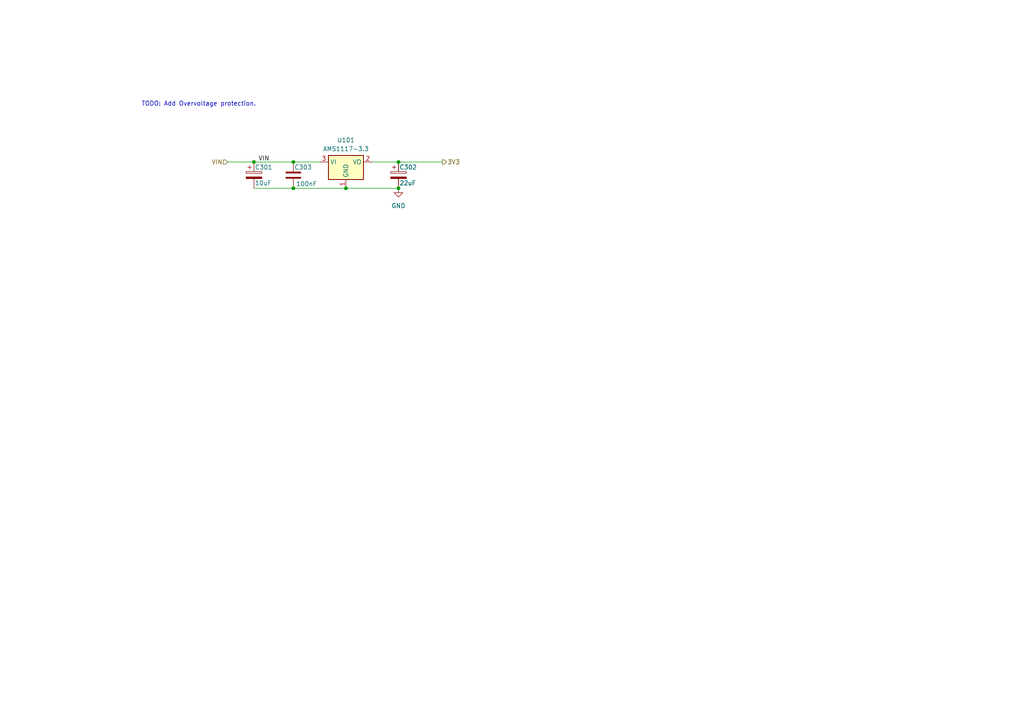
<source format=kicad_sch>
(kicad_sch (version 20250114) (generator "eeschema") (generator_version "9.0")
  (paper "A4")
  (lib_symbols
    (symbol "Device:C" (pin_numbers (hide yes)) (pin_names (offset 0.254))
      (property "Reference" "C" (at 0.635 2.54 0))
      (property "Value" "C" (at 0.635 -2.54 0))
      (symbol "C_0_1"
        (polyline (pts (xy -2.032 0.762) (xy 2.032 0.762)) (stroke (width 0.508)))
        (polyline (pts (xy -2.032 -0.762) (xy 2.032 -0.762)) (stroke (width 0.508)))
      )
      (symbol "C_1_1"
        (pin passive line (at 0 3.81 270) (length 2.794) (name "~") (number "1"))
        (pin passive line (at 0 -3.81 90) (length 2.794) (name "~") (number "2"))
      )
    )
    (symbol "Device:C_Polarized" (pin_numbers (hide yes)) (pin_names (offset 0.254))
      (property "Reference" "C" (at 0.635 2.54 0))
      (property "Value" "C_Polarized" (at 0.635 -2.54 0))
      (symbol "C_Polarized_0_1"
        (rectangle (start -2.286 0.508) (end 2.286 1.016))
        (polyline (pts (xy -1.778 2.286) (xy -0.762 2.286)))
        (polyline (pts (xy -1.27 2.794) (xy -1.27 1.778)))
        (rectangle (start 2.286 -0.508) (end -2.286 -1.016) (fill (type outline)))
      )
      (symbol "C_Polarized_1_1"
        (pin passive line (at 0 3.81 270) (length 2.794) (name "~") (number "1"))
        (pin passive line (at 0 -3.81 90) (length 2.794) (name "~") (number "2"))
      )
    )
    (symbol "Regulator_Linear:AMS1117-3.3"
      (property "Reference" "U" (at -3.81 3.175 0))
      (property "Value" "AMS1117-3.3" (at 0 3.175 0))
      (symbol "AMS1117-3.3_0_1"
        (rectangle (start -5.08 -5.08) (end 5.08 1.905) (stroke (width 0.254)) (fill (type background)))
      )
      (symbol "AMS1117-3.3_1_1"
        (pin power_in line (at -7.62 0 0) (length 2.54) (name "VI") (number "3"))
        (pin power_in line (at 0 -7.62 90) (length 2.54) (name "GND") (number "1"))
        (pin power_out line (at 7.62 0 180) (length 2.54) (name "VO") (number "2"))
      )
    )
    (symbol "power:GND" (power) (pin_numbers (hide yes)) (pin_names (offset 0) (hide yes))
      (property "Value" "GND" (at 0 -3.81 0))
      (symbol "GND_0_1"
        (polyline (pts (xy 0 0) (xy 0 -1.27) (xy 1.27 -1.27) (xy 0 -2.54) (xy -1.27 -1.27) (xy 0 -1.27)))
      )
      (symbol "GND_1_1"
        (pin power_in line (at 0 0 270) (length 0) (name "~") (number "1"))
      )
    )
  )
  (text "TODO: Add Overvoltage protection." (at 57.658 30.226 0) (effects (font (size 1.27 1.27))))
  (junction (at 85.09 46.99))
  (junction (at 85.09 54.61))
  (junction (at 100.33 54.61))
  (junction (at 115.57 54.61))
  (junction (at 73.66 46.99))
  (junction (at 115.57 46.99))
  (wire (pts (xy 115.57 46.99) (xy 128.27 46.99)))
  (wire (pts (xy 107.95 46.99) (xy 115.57 46.99)))
  (wire (pts (xy 100.33 54.61) (xy 115.57 54.61)))
  (wire (pts (xy 85.09 46.99) (xy 92.71 46.99)))
  (wire (pts (xy 73.66 46.99) (xy 85.09 46.99)))
  (wire (pts (xy 73.66 54.61) (xy 85.09 54.61)))
  (wire (pts (xy 85.09 54.61) (xy 100.33 54.61)))
  (wire (pts (xy 66.04 46.99) (xy 73.66 46.99)))
  (label "VIN" (at 74.93 46.99 0))
  (hierarchical_label "VIN" (shape input) (at 66.04 46.99 180))
  (hierarchical_label "3V3" (shape output) (at 128.27 46.99 0))
  (symbol (lib_id "power:GND") (at 115.57 54.61 0) (unit 1)
    (property "Reference" "#PWR0301" (effects (hide yes)))
    (property "Value" "GND" (at 115.57 59.69 0))
    (property "Description" "Power symbol creates a global label with name \"GND\" , ground" (effects (hide yes)))
  )
  (symbol (lib_id "Device:C_Polarized") (at 73.66 50.8 0) (unit 1)
    (property "Reference" "C301" (at 73.914 48.514 0) (effects (justify left)))
    (property "Value" "10uF" (at 73.914 53.086 0) (effects (justify left)))
    (property "Footprint" "Capacitor_Tantalum_SMD:CP_EIA-3216-18_Kemet-A" (effects (hide yes)))
    (property "Description" "Polarized capacitor" (effects (hide yes)))
  )
  (symbol (lib_id "Regulator_Linear:AMS1117-3.3") (at 100.33 46.99 0) (unit 1)
    (property "Reference" "U101" (at 100.33 40.64 0))
    (property "Value" "AMS1117-3.3" (at 100.33 43.18 0))
    (property "Footprint" "Package_TO_SOT_SMD:SOT-223-3_TabPin2" (effects (hide yes)))
    (property "Datasheet" "http://www.advanced-monolithic.com/pdf/ds1117.pdf" (effects (hide yes)))
    (property "Description" "1A Low Dropout regulator, positive, 3.3V fixed output, SOT-223" (effects (hide yes)))
  )
  (symbol (lib_id "Device:C_Polarized") (at 115.57 50.8 0) (unit 1)
    (property "Reference" "C302" (at 115.824 48.514 0) (effects (justify left)))
    (property "Value" "22uF" (at 115.824 53.086 0) (effects (justify left)))
    (property "Footprint" "Capacitor_Tantalum_SMD:CP_EIA-3216-18_Kemet-A" (effects (hide yes)))
    (property "Description" "Polarized capacitor" (effects (hide yes)))
  )
  (symbol (lib_id "Device:C") (at 85.09 50.8 0) (unit 1)
    (property "Reference" "C303" (at 85.344 48.514 0) (effects (justify left)))
    (property "Value" "100nF" (at 85.852 53.34 0) (effects (justify left)))
    (property "Footprint" "Capacitor_SMD:C_0402_1005Metric" (effects (hide yes)))
    (property "Description" "Unpolarized capacitor" (effects (hide yes)))
  )
)
</source>
